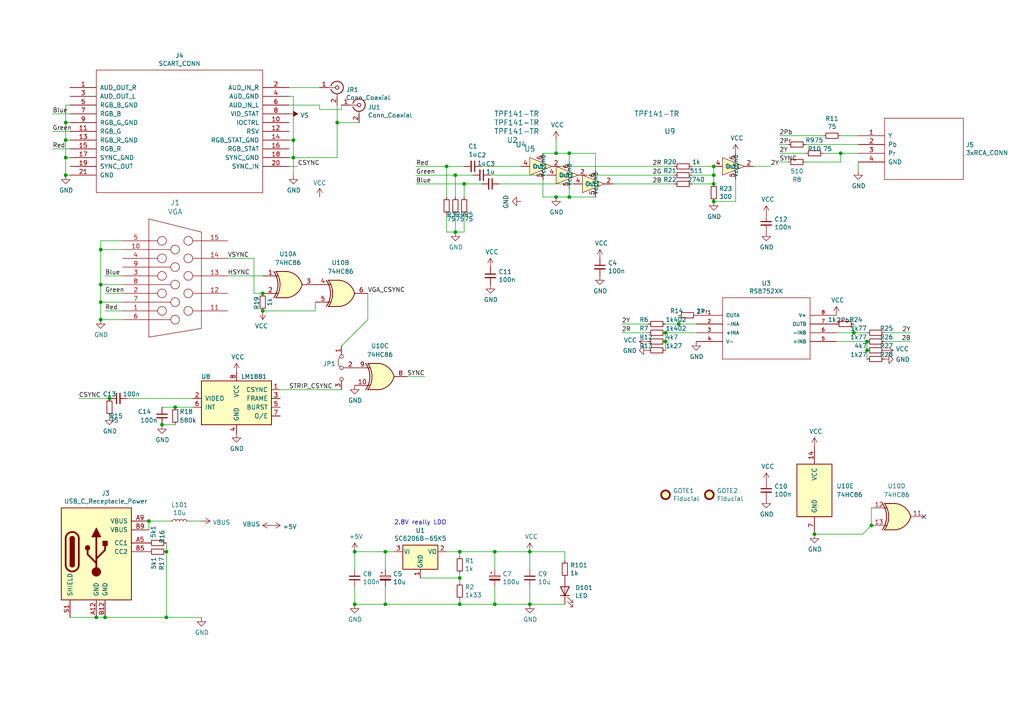
<source format=kicad_sch>
(kicad_sch (version 20231120) (generator "eeschema") (generator_version "8.0")
  (paper "A4")
  (title_block (title "VGA/SCART to YPbPr converter") (date "2023-07-29") (rev "1") (company "Wakaba video") (comment 1 "KiCad gaming"))
  (lib_symbols
    (symbol "74xx:74HC86" (pin_names (offset 1.016))
      (property "Reference" "U" (at 0 1.27 0))
      (property "Value" "74HC86" (at 0 -1.27 0))
      (symbol "74HC86_1_0"
        (pin input line (at -7.62 2.54 0) (length 4.445) (name "~") (number "1"))
        (pin input line (at -7.62 -2.54 0) (length 4.445) (name "~") (number "2"))
        (pin output line (at 7.62 0 180) (length 3.81) (name "~") (number "3"))
      )
      (symbol "74HC86_2_0"
        (pin input line (at -7.62 2.54 0) (length 4.445) (name "~") (number "4"))
        (pin input line (at -7.62 -2.54 0) (length 4.445) (name "~") (number "5"))
        (pin output line (at 7.62 0 180) (length 3.81) (name "~") (number "6"))
      )
      (symbol "74HC86_3_0"
        (pin input line (at -7.62 -2.54 0) (length 4.445) (name "~") (number "10"))
        (pin output line (at 7.62 0 180) (length 3.81) (name "~") (number "8"))
        (pin input line (at -7.62 2.54 0) (length 4.445) (name "~") (number "9"))
      )
      (symbol "74HC86_4_0"
        (pin output line (at 7.62 0 180) (length 3.81) (name "~") (number "11"))
        (pin input line (at -7.62 2.54 0) (length 4.445) (name "~") (number "12"))
        (pin input line (at -7.62 -2.54 0) (length 4.445) (name "~") (number "13"))
      )
      (symbol "74HC86_5_0"
        (pin power_in line (at 0 12.7 270) (length 5.08) (name "VCC") (number "14"))
        (pin power_in line (at 0 -12.7 90) (length 5.08) (name "GND") (number "7"))
      )
    )
    (symbol "Connector:Conn_Coaxial" (pin_names (offset 1.016) hide)
      (property "Reference" "J" (at 0.254 3.048 0))
      (property "Value" "Conn_Coaxial" (at 2.921 0 90))
      (symbol "Conn_Coaxial_1_1"
        (pin passive line (at -5.08 0 0) (length 2.54) (name "In") (number "1"))
        (pin passive line (at 0 -5.08 90) (length 2.54) (name "Ext") (number "2"))
      )
    )
    (symbol "Device:C_Small" (pin_numbers hide) (pin_names (offset 0.254) hide)
      (property "Reference" "C" (at 0.254 1.778 0))
      (property "Value" "C_Small" (at 0.254 -2.032 0))
      (symbol "C_Small_1_1"
        (pin passive line (at 0 2.54 270) (length 2.032) (name "~") (number "1"))
        (pin passive line (at 0 -2.54 90) (length 2.032) (name "~") (number "2"))
      )
    )
    (symbol "Device:LED" (pin_numbers hide) (pin_names (offset 1.016) hide)
      (property "Reference" "D" (at 0 2.54 0))
      (property "Value" "LED" (at 0 -2.54 0))
      (symbol "LED_1_1"
        (pin passive line (at -3.81 0 0) (length 2.54) (name "K") (number "1"))
        (pin passive line (at 3.81 0 180) (length 2.54) (name "A") (number "2"))
      )
    )
    (symbol "Device:L_Small" (pin_numbers hide) (pin_names (offset 0.254) hide)
      (property "Reference" "L" (at 0.762 1.016 0))
      (property "Value" "L_Small" (at 0.762 -1.016 0))
      (symbol "L_Small_1_1"
        (pin passive line (at 0 2.54 270) (length 0.508) (name "~") (number "1"))
        (pin passive line (at 0 -2.54 90) (length 0.508) (name "~") (number "2"))
      )
    )
    (symbol "Device:R_Small" (pin_numbers hide) (pin_names (offset 0.254) hide)
      (property "Reference" "R" (at 0.762 0.508 0))
      (property "Value" "R_Small" (at 0.762 -1.016 0))
      (symbol "R_Small_1_1"
        (pin passive line (at 0 2.54 270) (length 0.762) (name "~") (number "1"))
        (pin passive line (at 0 -2.54 90) (length 0.762) (name "~") (number "2"))
      )
    )
    (symbol "Mechanical:Fiducial"
      (property "Reference" "FID" (at 0 5.08 0))
      (property "Value" "Fiducial" (at 0 3.175 0))
    )
    (symbol "RGB-to-component-rescue:3xRCA_CONN-ossc" (pin_names (offset 1.016))
      (property "Reference" "U" (at 0 -2.54 0))
      (property "Value" "3xRCA_CONN-ossc" (at 0 2.54 0))
      (symbol "3xRCA_CONN-ossc_1_1"
        (pin output line (at -19.05 3.81 0) (length 7.62) (name "Y") (number "1"))
        (pin output line (at -19.05 1.27 0) (length 7.62) (name "Pb") (number "2"))
        (pin output line (at -19.05 -1.27 0) (length 7.62) (name "Pr") (number "3"))
        (pin power_in line (at -19.05 -3.81 0) (length 7.62) (name "GND") (number "4"))
      )
    )
    (symbol "RGB-to-component-rescue:CP_Small-Device" (pin_numbers hide) (pin_names (offset 0.254) hide)
      (property "Reference" "C" (at 0.254 1.778 0))
      (property "Value" "CP_Small-Device" (at 0.254 -2.032 0))
      (symbol "CP_Small-Device_1_1"
        (pin passive line (at 0 2.54 270) (length 1.8542) (name "~") (number "1"))
        (pin passive line (at 0 -2.54 90) (length 1.8542) (name "~") (number "2"))
      )
    )
    (symbol "RGB-to-component-rescue:Jumper_3_Bridged12-Jumper" (pin_names (offset 0) hide)
      (property "Reference" "JP" (at -2.54 -2.54 0))
      (property "Value" "Jumper_3_Bridged12-Jumper" (at 0 2.794 0))
      (symbol "Jumper_3_Bridged12-Jumper_1_1"
        (pin passive line (at -6.35 0 0) (length 2.54) (name "A") (number "1"))
        (pin input line (at 0 -3.81 90) (length 2.54) (name "C") (number "2"))
        (pin passive line (at 6.35 0 180) (length 2.54) (name "B") (number "3"))
      )
    )
    (symbol "RGB-to-component-rescue:LT6206CMS8PBF-Videobits" (pin_names (offset 1.016))
      (property "Reference" "U" (at 15.621 9.1186 0))
      (property "Value" "LT6206CMS8PBF-Videobits" (at 14.9606 6.5786 0))
      (symbol "LT6206CMS8PBF-Videobits_0_0"
        (pin output line (at 0 0 0) (length 7.62) (name "OUTA") (number "1"))
        (pin input line (at 0 -2.54 0) (length 7.62) (name "-INA") (number "2"))
        (pin input line (at 0 -5.08 0) (length 7.62) (name "+INA") (number "3"))
        (pin power_in line (at 0 -7.62 0) (length 7.62) (name "V-") (number "4"))
        (pin input line (at 40.64 -7.62 180) (length 7.62) (name "+INB") (number "5"))
        (pin input line (at 40.64 -5.08 180) (length 7.62) (name "-INB") (number "6"))
        (pin output line (at 40.64 -2.54 180) (length 7.62) (name "OUTB") (number "7"))
        (pin power_in line (at 40.64 0 180) (length 7.62) (name "V+") (number "8"))
      )
    )
    (symbol "RGB-to-component-rescue:SCART_CONN-ossc" (pin_names (offset 1.016))
      (property "Reference" "U" (at 0 -2.54 0))
      (property "Value" "SCART_CONN-ossc" (at 0 2.54 0))
      (symbol "SCART_CONN-ossc_1_1"
        (pin input line (at -31.75 12.7 0) (length 7.62) (name "AUD_OUT_R") (number "1"))
        (pin output line (at 31.75 2.54 180) (length 7.62) (name "IOCTRL") (number "10"))
        (pin output line (at -31.75 0 0) (length 7.62) (name "RGB_G") (number "11"))
        (pin output line (at 31.75 0 180) (length 7.62) (name "RSV") (number "12"))
        (pin power_in line (at -31.75 -2.54 0) (length 7.62) (name "RGB_R_GND") (number "13"))
        (pin power_in line (at 31.75 -2.54 180) (length 7.62) (name "RGB_STAT_GND") (number "14"))
        (pin output line (at -31.75 -5.08 0) (length 7.62) (name "RGB_R") (number "15"))
        (pin output line (at 31.75 -5.08 180) (length 7.62) (name "RGB_STAT") (number "16"))
        (pin output line (at -31.75 -7.62 0) (length 7.62) (name "SYNC_GND") (number "17"))
        (pin output line (at 31.75 -7.62 180) (length 7.62) (name "SYNC_GND") (number "18"))
        (pin input line (at -31.75 -10.16 0) (length 7.62) (name "SYNC_OUT") (number "19"))
        (pin output line (at 31.75 12.7 180) (length 7.62) (name "AUD_IN_R") (number "2"))
        (pin output line (at 31.75 -10.16 180) (length 7.62) (name "SYNC_IN") (number "20"))
        (pin power_in line (at -31.75 -12.7 0) (length 7.62) (name "GND") (number "21"))
        (pin input line (at -31.75 10.16 0) (length 7.62) (name "AUD_OUT_L") (number "3"))
        (pin power_in line (at 31.75 10.16 180) (length 7.62) (name "AUD_GND") (number "4"))
        (pin power_in line (at -31.75 7.62 0) (length 7.62) (name "RGB_B_GND") (number "5"))
        (pin output line (at 31.75 7.62 180) (length 7.62) (name "AUD_IN_L") (number "6"))
        (pin output line (at -31.75 5.08 0) (length 7.62) (name "RGB_B") (number "7"))
        (pin output line (at 31.75 5.08 180) (length 7.62) (name "VID_STAT") (number "8"))
        (pin power_in line (at -31.75 2.54 0) (length 7.62) (name "RGB_G_GND") (number "9"))
      )
    )
    (symbol "RGB-to-component-rescue:USB_C_Receptacle_Power-Videobits" (pin_names (offset 1.016))
      (property "Reference" "J" (at -10.16 10.16 0))
      (property "Value" "USB_C_Receptacle_Power-Videobits" (at 19.05 10.16 0))
      (symbol "USB_C_Receptacle_Power-Videobits_1_1"
        (pin power_out line (at 0 -22.86 90) (length 5.08) (name "GND") (number "A12"))
        (pin bidirectional line (at 15.24 -1.27 180) (length 5.08) (name "CC1") (number "A5"))
        (pin power_out line (at 15.24 5.08 180) (length 5.08) (name "VBUS") (number "A9"))
        (pin power_out line (at 2.54 -22.86 90) (length 5.08) (name "GND") (number "B12"))
        (pin bidirectional line (at 15.24 -3.81 180) (length 5.08) (name "CC2") (number "B5"))
        (pin power_out line (at 15.24 2.54 180) (length 5.08) (name "VBUS") (number "B9"))
        (pin passive line (at -7.62 -22.86 90) (length 5.08) (name "SHIELD") (number "S1"))
      )
    )
    (symbol "RGB-to-component-rescue:VCC-converted" (power) (pin_names (offset 0))
      (property "Value" "VCC-converted" (at 0 3.81 0))
      (symbol "VCC-converted_1_1"
        (pin power_in line (at 0 0 90) (length 0) hide (name "VCC") (number "1"))
      )
    )
    (symbol "RGB-to-component-rescue:VGA-ossc" (pin_names (offset 0) hide)
      (property "Reference" "J" (at -6.35 20.32 0))
      (property "Value" "VGA-ossc" (at 0 -19.05 0))
      (symbol "VGA-ossc_1_1"
        (pin output line (at -15.24 -8.89 0) (length 7.62) (name "RED") (number "1"))
        (pin input line (at -15.24 8.89 0) (length 7.62) (name "GND_VSYNC") (number "10"))
        (pin input line (at 15.24 -8.89 180) (length 7.62) (name "ID0/RES") (number "11"))
        (pin input line (at 15.24 -3.81 180) (length 7.62) (name "ID1/SDA") (number "12"))
        (pin output line (at 15.24 1.27 180) (length 7.62) (name "HSYNC") (number "13"))
        (pin output line (at 15.24 6.35 180) (length 7.62) (name "VSYNC") (number "14"))
        (pin input line (at 15.24 11.43 180) (length 7.62) (name "ID3/SCL") (number "15"))
        (pin output line (at -15.24 -3.81 0) (length 7.62) (name "GREEN") (number "2"))
        (pin output line (at -15.24 1.27 0) (length 7.62) (name "BLUE") (number "3"))
        (pin input line (at -15.24 6.35 0) (length 7.62) (name "ID2/RES") (number "4"))
        (pin input line (at -15.24 11.43 0) (length 7.62) (name "GND_HSYNC") (number "5"))
        (pin input line (at -15.24 -11.43 0) (length 7.62) (name "RED_RTN") (number "6"))
        (pin input line (at -15.24 -6.35 0) (length 7.62) (name "GREEN_RTN") (number "7"))
        (pin input line (at -15.24 -1.27 0) (length 7.62) (name "BLUE_RTN") (number "8"))
        (pin input line (at -15.24 3.81 0) (length 7.62) (name "KEY/PWR") (number "9"))
      )
    )
    (symbol "Regulator_Linear:MCP1700-2802E_SOT23" (pin_names (offset 0.254))
      (property "Reference" "U" (at -3.81 3.175 0))
      (property "Value" "MCP1700-2802E_SOT23" (at 0 3.175 0))
      (symbol "MCP1700-2802E_SOT23_1_1"
        (pin power_in line (at 0 -7.62 90) (length 2.54) (name "GND") (number "1"))
        (pin power_out line (at 7.62 0 180) (length 2.54) (name "VO") (number "2"))
        (pin power_in line (at -7.62 0 0) (length 2.54) (name "VI") (number "3"))
      )
    )
    (symbol "Video:LM1881" (pin_names (offset 1.016))
      (property "Reference" "U" (at -8.89 8.89 0))
      (property "Value" "LM1881" (at 6.35 8.89 0))
      (symbol "LM1881_1_1"
        (pin output line (at 12.7 5.08 180) (length 2.54) (name "CSYNC") (number "1"))
        (pin input line (at -12.7 2.54 0) (length 2.54) (name "VIDEO") (number "2"))
        (pin output line (at 12.7 2.54 180) (length 2.54) (name "FRAME") (number "3"))
        (pin power_in line (at 0 -7.62 90) (length 2.54) (name "GND") (number "4"))
        (pin output line (at 12.7 0 180) (length 2.54) (name "BURST") (number "5"))
        (pin input line (at -12.7 0 0) (length 2.54) (name "INT") (number "6"))
        (pin output line (at 12.7 -2.54 180) (length 2.54) (name "O/E") (number "7"))
        (pin power_in line (at 0 10.16 270) (length 2.54) (name "VCC") (number "8"))
      )
    )
    (symbol "power:+5V" (power) (pin_names (offset 0))
      (property "Value" "+5V" (at 0 3.556 0))
      (symbol "+5V_1_1"
        (pin power_in line (at 0 0 90) (length 0) hide (name "+5V") (number "1"))
      )
    )
    (symbol "power:GND" (power) (pin_names (offset 0))
      (property "Value" "GND" (at 0 -3.81 0))
      (symbol "GND_1_1"
        (pin power_in line (at 0 0 270) (length 0) hide (name "GND") (number "1"))
      )
    )
    (symbol "power:VBUS" (power) (pin_names (offset 0))
      (property "Value" "VBUS" (at 0 3.81 0))
      (symbol "VBUS_1_1"
        (pin power_in line (at 0 0 90) (length 0) hide (name "VBUS") (number "1"))
      )
    )
    (symbol "power:VCC" (power) (pin_names (offset 0))
      (property "Value" "VCC" (at 0 3.81 0))
      (symbol "VCC_1_1"
        (pin power_in line (at 0 0 90) (length 0) hide (name "VCC") (number "1"))
      )
    )
    (symbol "power:VS" (power) (pin_names (offset 0))
      (property "Value" "VS" (at 0 3.81 0))
      (symbol "VS_1_1"
        (pin power_in line (at 0 0 90) (length 0) hide (name "VS") (number "1"))
      )
    )
    (symbol "videobits:TPF141-TR" (pin_names (offset 1.016))
      (property "Reference" "U" (at -8.89 12.7 0))
      (property "Value" "TPF141-TR" (at 1.27 12.7 0))
      (property "Footprint" "Package_TO_SOT_SMD:SOT-23-6_Handsoldering" (at 0 24.13 0))
      (symbol "TPF141-TR_0_1"
        (pin output line (at 6.35 8.89 180) (length 2.54) (name "Out1") (number "2"))
        (pin input line (at -5.08 8.89 0) (length 2.54) (name "In1") (number "4"))
        (pin power_in line (at 1.27 5.08 90) (length 2.54) (name "Gnd") (number "5"))
        (pin power_in line (at 1.27 12.7 270) (length 2.54) (name "Vcc") (number "6"))
      )
    )
  )
  (junction (at 193.04 96.52))
  (junction (at 165.1 44.45))
  (junction (at 196.85 93.98))
  (junction (at 29.21 87.63))
  (junction (at 29.21 72.39))
  (junction (at 85.09 40.64))
  (junction (at 153.67 175.26))
  (junction (at 161.29 44.45))
  (junction (at 207.01 58.42))
  (junction (at 19.05 40.64))
  (junction (at 46.99 123.19))
  (junction (at 165.1 57.15))
  (junction (at 207.01 50.8))
  (junction (at 143.51 160.02))
  (junction (at 48.26 160.02))
  (junction (at 133.35 167.64))
  (junction (at 19.05 35.56))
  (junction (at 111.76 160.02))
  (junction (at 30.48 179.07))
  (junction (at 133.35 175.26))
  (junction (at 29.21 92.71))
  (junction (at 207.01 53.34))
  (junction (at 48.26 179.07))
  (junction (at 50.8 118.11))
  (junction (at 102.87 175.26))
  (junction (at 29.21 82.55))
  (junction (at 236.22 154.94))
  (junction (at 102.87 160.02))
  (junction (at 97.79 35.56))
  (junction (at 252.73 152.4))
  (junction (at 193.04 99.06))
  (junction (at 251.46 99.06))
  (junction (at 19.05 50.8))
  (junction (at 153.67 160.02))
  (junction (at 247.65 96.52))
  (junction (at 31.75 115.57))
  (junction (at 129.54 48.26))
  (junction (at 85.09 45.72))
  (junction (at 133.35 160.02))
  (junction (at 76.2 90.17))
  (junction (at 161.29 57.15))
  (junction (at 134.62 53.34))
  (junction (at 132.08 50.8))
  (junction (at 207.01 48.26))
  (junction (at 251.46 101.6))
  (junction (at 111.76 175.26))
  (junction (at 243.84 44.45))
  (junction (at 143.51 175.26))
  (junction (at 132.08 67.31))
  (junction (at 19.05 45.72))
  (junction (at 43.18 151.13))
  (junction (at 27.94 179.07))
  (junction (at 76.2 85.09))
  (no_connect (at 267.97 149.86))
  (wire (pts (xy 99.06 31.75) (xy 92.71 31.75)))
  (wire (pts (xy 165.1 46.99) (xy 165.1 44.45)))
  (wire (pts (xy 228.6 46.99) (xy 226.06 46.99)))
  (wire (pts (xy 129.54 57.15) (xy 129.54 48.26)))
  (wire (pts (xy 102.87 175.26) (xy 111.76 175.26)))
  (wire (pts (xy 19.05 40.64) (xy 19.05 45.72)))
  (wire (pts (xy 19.05 40.64) (xy 20.32 40.64)))
  (wire (pts (xy 193.04 93.98) (xy 196.85 93.98)))
  (wire (pts (xy 50.8 118.11) (xy 55.88 118.11)))
  (wire (pts (xy 29.21 87.63) (xy 35.56 87.63)))
  (wire (pts (xy 236.22 154.94) (xy 250.19 154.94)))
  (wire (pts (xy 19.05 35.56) (xy 19.05 40.64)))
  (wire (pts (xy 207.01 53.34) (xy 200.66 53.34)))
  (wire (pts (xy 35.56 90.17) (xy 30.48 90.17)))
  (wire (pts (xy 143.51 160.02) (xy 153.67 160.02)))
  (wire (pts (xy 213.36 58.42) (xy 207.01 58.42)))
  (wire (pts (xy 83.82 25.4) (xy 92.71 25.4)))
  (wire (pts (xy 104.14 35.56) (xy 97.79 35.56)))
  (wire (pts (xy 129.54 62.23) (xy 129.54 67.31)))
  (wire (pts (xy 163.83 175.26) (xy 153.67 175.26)))
  (wire (pts (xy 99.06 30.48) (xy 99.06 31.75)))
  (wire (pts (xy 19.05 50.8) (xy 20.32 50.8)))
  (wire (pts (xy 129.54 67.31) (xy 132.08 67.31)))
  (wire (pts (xy 243.84 46.99) (xy 243.84 44.45)))
  (wire (pts (xy 111.76 175.26) (xy 133.35 175.26)))
  (wire (pts (xy 76.2 90.17) (xy 91.44 90.17)))
  (wire (pts (xy 85.09 40.64) (xy 85.09 27.94)))
  (wire (pts (xy 111.76 170.18) (xy 111.76 175.26)))
  (wire (pts (xy 133.35 160.02) (xy 143.51 160.02)))
  (wire (pts (xy 196.85 93.98) (xy 201.93 93.98)))
  (wire (pts (xy 180.34 96.52) (xy 187.96 96.52)))
  (wire (pts (xy 157.48 57.15) (xy 157.48 52.07)))
  (wire (pts (xy 161.29 44.45) (xy 161.29 40.64)))
  (wire (pts (xy 134.62 53.34) (xy 134.62 57.15)))
  (wire (pts (xy 153.67 160.02) (xy 163.83 160.02)))
  (wire (pts (xy 133.35 175.26) (xy 143.51 175.26)))
  (wire (pts (xy 233.68 46.99) (xy 243.84 46.99)))
  (wire (pts (xy 120.65 48.26) (xy 129.54 48.26)))
  (wire (pts (xy 226.06 44.45) (xy 233.68 44.45)))
  (wire (pts (xy 120.65 53.34) (xy 134.62 53.34)))
  (wire (pts (xy 153.67 170.18) (xy 153.67 175.26)))
  (wire (pts (xy 180.34 93.98) (xy 187.96 93.98)))
  (wire (pts (xy 201.93 96.52) (xy 193.04 96.52)))
  (wire (pts (xy 29.21 82.55) (xy 35.56 82.55)))
  (wire (pts (xy 132.08 50.8) (xy 120.65 50.8)))
  (wire (pts (xy 15.24 33.02) (xy 20.32 33.02)))
  (wire (pts (xy 200.66 50.8) (xy 207.01 50.8)))
  (wire (pts (xy 134.62 67.31) (xy 134.62 62.23)))
  (wire (pts (xy 251.46 101.6) (xy 251.46 99.06)))
  (wire (pts (xy 27.94 179.07) (xy 30.48 179.07)))
  (wire (pts (xy 19.05 45.72) (xy 20.32 45.72)))
  (wire (pts (xy 73.66 85.09) (xy 76.2 85.09)))
  (wire (pts (xy 242.57 99.06) (xy 251.46 99.06)))
  (wire (pts (xy 163.83 160.02) (xy 163.83 162.56)))
  (wire (pts (xy 139.7 48.26) (xy 151.13 48.26)))
  (wire (pts (xy 207.01 50.8) (xy 207.01 53.34)))
  (wire (pts (xy 133.35 160.02) (xy 133.35 161.29)))
  (wire (pts (xy 86.36 48.26) (xy 83.82 48.26)))
  (wire (pts (xy 264.16 96.52) (xy 256.54 96.52)))
  (wire (pts (xy 238.76 44.45) (xy 243.84 44.45)))
  (wire (pts (xy 129.54 48.26) (xy 134.62 48.26)))
  (wire (pts (xy 161.29 57.15) (xy 157.48 57.15)))
  (wire (pts (xy 92.71 30.48) (xy 83.82 30.48)))
  (wire (pts (xy 48.26 160.02) (xy 48.26 179.07)))
  (wire (pts (xy 172.72 44.45) (xy 165.1 44.45)))
  (wire (pts (xy 132.08 57.15) (xy 132.08 50.8)))
  (wire (pts (xy 92.71 31.75) (xy 92.71 30.48)))
  (wire (pts (xy 29.21 72.39) (xy 29.21 82.55)))
  (wire (pts (xy 132.08 50.8) (xy 137.16 50.8)))
  (wire (pts (xy 97.79 30.48) (xy 97.79 35.56)))
  (wire (pts (xy 248.92 49.53) (xy 248.92 46.99)))
  (wire (pts (xy 35.56 69.85) (xy 29.21 69.85)))
  (wire (pts (xy 162.56 48.26) (xy 195.58 48.26)))
  (wire (pts (xy 48.26 179.07) (xy 58.42 179.07)))
  (wire (pts (xy 118.11 109.22) (xy 123.19 109.22)))
  (wire (pts (xy 85.09 45.72) (xy 83.82 45.72)))
  (wire (pts (xy 142.24 50.8) (xy 158.75 50.8)))
  (wire (pts (xy 19.05 35.56) (xy 19.05 30.48)))
  (wire (pts (xy 20.32 43.18) (xy 15.24 43.18)))
  (wire (pts (xy 143.51 175.26) (xy 153.67 175.26)))
  (wire (pts (xy 85.09 40.64) (xy 83.82 40.64)))
  (wire (pts (xy 97.79 45.72) (xy 85.09 45.72)))
  (wire (pts (xy 36.83 115.57) (xy 55.88 115.57)))
  (wire (pts (xy 200.66 48.26) (xy 207.01 48.26)))
  (wire (pts (xy 172.72 57.15) (xy 165.1 57.15)))
  (wire (pts (xy 243.84 44.45) (xy 248.92 44.45)))
  (wire (pts (xy 133.35 167.64) (xy 133.35 168.91)))
  (wire (pts (xy 233.68 41.91) (xy 248.92 41.91)))
  (wire (pts (xy 133.35 166.37) (xy 133.35 167.64)))
  (wire (pts (xy 196.85 91.44) (xy 196.85 93.98)))
  (wire (pts (xy 29.21 69.85) (xy 29.21 72.39)))
  (wire (pts (xy 144.78 53.34) (xy 166.37 53.34)))
  (wire (pts (xy 22.86 115.57) (xy 31.75 115.57)))
  (wire (pts (xy 251.46 96.52) (xy 247.65 96.52)))
  (wire (pts (xy 170.18 50.8) (xy 195.58 50.8)))
  (wire (pts (xy 29.21 92.71) (xy 35.56 92.71)))
  (wire (pts (xy 247.65 93.98) (xy 247.65 96.52)))
  (wire (pts (xy 19.05 45.72) (xy 19.05 50.8)))
  (wire (pts (xy 15.24 38.1) (xy 20.32 38.1)))
  (wire (pts (xy 29.21 87.63) (xy 29.21 92.71)))
  (wire (pts (xy 54.61 151.13) (xy 58.42 151.13)))
  (wire (pts (xy 177.8 53.34) (xy 195.58 53.34)))
  (wire (pts (xy 132.08 67.31) (xy 134.62 67.31)))
  (wire (pts (xy 133.35 173.99) (xy 133.35 175.26)))
  (wire (pts (xy 29.21 72.39) (xy 35.56 72.39)))
  (wire (pts (xy 102.87 160.02) (xy 111.76 160.02)))
  (wire (pts (xy 97.79 35.56) (xy 97.79 45.72)))
  (wire (pts (xy 29.21 82.55) (xy 29.21 87.63)))
  (wire (pts (xy 165.1 57.15) (xy 161.29 57.15)))
  (wire (pts (xy 30.48 179.07) (xy 48.26 179.07)))
  (wire (pts (xy 102.87 170.18) (xy 102.87 175.26)))
  (wire (pts (xy 46.99 123.19) (xy 50.8 123.19)))
  (wire (pts (xy 218.44 48.26) (xy 223.52 48.26)))
  (wire (pts (xy 30.48 85.09) (xy 35.56 85.09)))
  (wire (pts (xy 48.26 157.48) (xy 48.26 160.02)))
  (wire (pts (xy 248.92 39.37) (xy 243.84 39.37)))
  (wire (pts (xy 85.09 45.72) (xy 85.09 40.64)))
  (wire (pts (xy 66.04 74.93) (xy 73.66 74.93)))
  (wire (pts (xy 134.62 53.34) (xy 139.7 53.34)))
  (wire (pts (xy 213.36 52.07) (xy 213.36 58.42)))
  (wire (pts (xy 91.44 87.63) (xy 91.44 90.17)))
  (wire (pts (xy 247.65 96.52) (xy 242.57 96.52)))
  (wire (pts (xy 165.1 54.61) (xy 165.1 57.15)))
  (wire (pts (xy 43.18 151.13) (xy 49.53 151.13)))
  (wire (pts (xy 165.1 44.45) (xy 161.29 44.45)))
  (wire (pts (xy 143.51 170.18) (xy 143.51 175.26)))
  (wire (pts (xy 172.72 49.53) (xy 172.72 44.45)))
  (wire (pts (xy 102.87 160.02) (xy 102.87 165.1)))
  (wire (pts (xy 111.76 165.1) (xy 111.76 160.02)))
  (wire (pts (xy 153.67 160.02) (xy 153.67 165.1)))
  (wire (pts (xy 46.99 118.11) (xy 50.8 118.11)))
  (wire (pts (xy 20.32 35.56) (xy 19.05 35.56)))
  (wire (pts (xy 111.76 160.02) (xy 114.3 160.02)))
  (wire (pts (xy 121.92 167.64) (xy 133.35 167.64)))
  (wire (pts (xy 85.09 50.8) (xy 85.09 45.72)))
  (wire (pts (xy 19.05 30.48) (xy 20.32 30.48)))
  (wire (pts (xy 251.46 104.14) (xy 251.46 101.6)))
  (wire (pts (xy 143.51 165.1) (xy 143.51 160.02)))
  (wire (pts (xy 132.08 62.23) (xy 132.08 67.31)))
  (wire (pts (xy 129.54 160.02) (xy 133.35 160.02)))
  (wire (pts (xy 20.32 179.07) (xy 27.94 179.07)))
  (wire (pts (xy 238.76 39.37) (xy 226.06 39.37)))
  (wire (pts (xy 252.73 147.32) (xy 252.73 152.4)))
  (wire (pts (xy 30.48 80.01) (xy 35.56 80.01)))
  (wire (pts (xy 250.19 154.94) (xy 252.73 152.4)))
  (wire (pts (xy 207.01 48.26) (xy 207.01 50.8)))
  (wire (pts (xy 157.48 44.45) (xy 161.29 44.45)))
  (wire (pts (xy 81.28 113.03) (xy 99.06 113.03)))
  (wire (pts (xy 43.18 153.67) (xy 43.18 151.13)))
  (wire (pts (xy 66.04 80.01) (xy 76.2 80.01)))
  (wire (pts (xy 85.09 27.94) (xy 83.82 27.94)))
  (wire (pts (xy 106.68 85.09) (xy 106.68 92.71)))
  (wire (pts (xy 264.16 99.06) (xy 256.54 99.06)))
  (wire (pts (xy 193.04 99.06) (xy 193.04 96.52)))
  (wire (pts (xy 73.66 74.93) (xy 73.66 85.09)))
  (wire (pts (xy 99.06 100.33) (xy 106.68 92.71)))
  (wire (pts (xy 228.6 41.91) (xy 226.06 41.91)))
  (wire (pts (xy 193.04 101.6) (xy 193.04 99.06)))
  (text "2.8V really LDO" (at 114.3 152.4 0) (effects (font (size 1.27 1.27)) (justify left bottom)))
  (label "VGA_CSYNC" (at 106.68 85.09 0))
  (label "2B" (at 264.16 99.06 180))
  (label "Green" (at 30.48 85.09 0))
  (label "Blue" (at 120.65 53.34 0))
  (label "2Pb" (at 242.57 93.98 0))
  (label "2Y" (at 180.34 93.98 0))
  (label "Blue" (at 15.24 33.02 0))
  (label "Green" (at 120.65 50.8 0))
  (label "2G" (at 189.23 50.8 0))
  (label "VSYNC" (at 66.04 74.93 0))
  (label "2B" (at 189.23 53.34 0))
  (label "CSYNC" (at 86.36 48.26 0))
  (label "Red" (at 30.48 90.17 0))
  (label "STRIP_CSYNC" (at 83.82 113.03 0))
  (label "2Y" (at 226.06 44.45 0))
  (label "2R" (at 189.23 48.26 0))
  (label "2R" (at 180.34 96.52 0))
  (label "Red" (at 120.65 48.26 0))
  (label "2Y" (at 264.16 96.52 180))
  (label "SYNC" (at 226.06 46.99 0))
  (label "2Pr" (at 201.93 91.44 0))
  (label "CSYNC" (at 22.86 115.57 0))
  (label "2Y" (at 223.52 48.26 0))
  (label "2Pb" (at 226.06 39.37 0))
  (label "HSYNC" (at 66.04 80.01 0))
  (label "2Pr" (at 226.06 41.91 0))
  (label "Red" (at 15.24 43.18 0))
  (label "Blue" (at 30.48 80.01 0))
  (label "Green" (at 15.24 38.1 0))
  (label "SYNC" (at 123.19 109.22 180))
  (symbol (lib_id "power:GND") (at 132.08 67.31 0) (unit 1)
    (property "Reference" "#PWR02" (effects (hide yes)))
    (property "Value" "GND" (at 132.207 71.7042 0))
  )
  (symbol (lib_id "Regulator_Linear:MCP1700-2802E_SOT23") (at 121.92 160.02 0) (unit 1)
    (property "Reference" "U1" (at 121.92 153.8732 0))
    (property "Value" "SC6206B-65K5" (at 121.92 156.1846 0))
    (property "Footprint" "Package_TO_SOT_SMD:SOT-23" (effects (hide yes)))
    (property "Datasheet" "http://ww1.microchip.com/downloads/en/DeviceDoc/20001826D.pdf" (effects (hide yes)))
    (property "LCSC" "C130827" (effects (hide yes)))
  )
  (symbol (lib_id "Device:R_Small") (at 133.35 163.83 0) (unit 1)
    (property "Reference" "R1" (at 134.8486 162.6616 0) (effects (justify left)))
    (property "Value" "1k" (at 134.8486 164.973 0) (effects (justify left)))
    (property "Footprint" "Resistor_SMD:R_0805_2012Metric_Pad1.15x1.40mm_HandSolder" (effects (hide yes)))
    (property "LCSC" "C17513" (effects (hide yes)))
  )
  (symbol (lib_id "Device:R_Small") (at 133.35 171.45 0) (unit 1)
    (property "Reference" "R2" (at 134.8486 170.2816 0) (effects (justify left)))
    (property "Value" "1k33" (at 134.8486 172.593 0) (effects (justify left)))
    (property "Footprint" "Resistor_SMD:R_0805_2012Metric_Pad1.15x1.40mm_HandSolder" (effects (hide yes)))
    (property "LCSC" "C17382" (effects (hide yes)))
  )
  (symbol (lib_id "Device:C_Small") (at 137.16 48.26 270) (unit 1)
    (property "Reference" "C1" (at 137.16 42.4434 90))
    (property "Value" "1u" (at 137.16 44.7548 90))
    (property "Footprint" "Capacitor_SMD:C_0805_2012Metric_Pad1.15x1.40mm_HandSolder" (effects (hide yes)))
    (property "LCSC" "C28323" (effects (hide yes)))
  )
  (symbol (lib_id "Device:C_Small") (at 139.7 50.8 270) (unit 1)
    (property "Reference" "C2" (at 139.7 44.9834 90))
    (property "Value" "1u" (at 139.7 47.2948 90))
    (property "Footprint" "Capacitor_SMD:C_0805_2012Metric_Pad1.15x1.40mm_HandSolder" (effects (hide yes)))
    (property "LCSC" "C28323" (effects (hide yes)))
  )
  (symbol (lib_id "Device:C_Small") (at 142.24 53.34 270) (unit 1)
    (property "Reference" "C3" (at 142.24 47.5234 90))
    (property "Value" "1u" (at 142.24 49.8348 90))
    (property "Footprint" "Capacitor_SMD:C_0805_2012Metric_Pad1.15x1.40mm_HandSolder" (effects (hide yes)))
    (property "LCSC" "C28323" (effects (hide yes)))
  )
  (symbol (lib_id "power:VCC") (at 153.67 160.02 0) (unit 1)
    (property "Reference" "#PWR0103" (effects (hide yes)))
    (property "Value" "VCC" (at 154.1018 155.6258 0))
  )
  (symbol (lib_id "power:+5V") (at 102.87 160.02 0) (unit 1)
    (property "Reference" "#PWR0104" (effects (hide yes)))
    (property "Value" "+5V" (at 103.251 155.6258 0))
  )
  (symbol (lib_id "power:GND") (at 102.87 175.26 0) (unit 1)
    (property "Reference" "#PWR0105" (effects (hide yes)))
    (property "Value" "GND" (at 102.997 179.6542 0))
  )
  (symbol (lib_id "power:GND") (at 153.67 175.26 0) (unit 1)
    (property "Reference" "#PWR0106" (effects (hide yes)))
    (property "Value" "GND" (at 153.797 179.6542 0))
  )
  (symbol (lib_id "Device:R_Small") (at 241.3 39.37 270) (unit 1)
    (property "Reference" "R11" (at 241.3 34.3916 90))
    (property "Value" "75" (at 241.3 36.703 90))
    (property "Footprint" "Resistor_SMD:R_0805_2012Metric_Pad1.15x1.40mm_HandSolder" (effects (hide yes)))
    (property "LCSC" "C20638" (effects (hide yes)))
  )
  (symbol (lib_id "Device:R_Small") (at 236.22 44.45 270) (mirror x) (unit 1)
    (property "Reference" "R10" (at 236.22 43.18 90))
    (property "Value" "75" (at 240.03 43.18 90))
    (property "Footprint" "Resistor_SMD:R_0805_2012Metric_Pad1.15x1.40mm_HandSolder" (effects (hide yes)))
    (property "LCSC" "C20638" (effects (hide yes)))
  )
  (symbol (lib_id "Device:R_Small") (at 231.14 46.99 270) (mirror x) (unit 1)
    (property "Reference" "R8" (at 231.14 52.07 90))
    (property "Value" "510" (at 231.14 49.657 90))
    (property "Footprint" "Resistor_SMD:R_0805_2012Metric_Pad1.15x1.40mm_HandSolder" (effects (hide yes)))
    (property "LCSC" "C17734" (effects (hide yes)))
  )
  (symbol (lib_id "Device:R_Small") (at 231.14 41.91 270) (unit 1)
    (property "Reference" "R9" (at 234.95 40.64 90))
    (property "Value" "75" (at 237.49 40.64 90))
    (property "Footprint" "Resistor_SMD:R_0805_2012Metric_Pad1.15x1.40mm_HandSolder" (effects (hide yes)))
    (property "LCSC" "C20638" (effects (hide yes)))
  )
  (symbol (lib_id "Device:R_Small") (at 129.54 59.69 0) (unit 1)
    (property "Reference" "R3" (at 129.54 62.23 0) (effects (justify left)))
    (property "Value" "75" (at 129.54 63.5 0) (effects (justify left)))
    (property "Footprint" "Resistor_SMD:R_0805_2012Metric_Pad1.15x1.40mm_HandSolder" (effects (hide yes)))
    (property "LCSC" "C20638" (effects (hide yes)))
  )
  (symbol (lib_id "Device:R_Small") (at 132.08 59.69 0) (unit 1)
    (property "Reference" "R4" (at 132.08 62.23 0) (effects (justify left)))
    (property "Value" "75" (at 132.08 63.5 0) (effects (justify left)))
    (property "Footprint" "Resistor_SMD:R_0805_2012Metric_Pad1.15x1.40mm_HandSolder" (effects (hide yes)))
    (property "LCSC" "C20638" (effects (hide yes)))
  )
  (symbol (lib_id "Device:R_Small") (at 134.62 59.69 0) (unit 1)
    (property "Reference" "R5" (at 134.62 62.23 0) (effects (justify left)))
    (property "Value" "75" (at 134.62 63.5 0) (effects (justify left)))
    (property "Footprint" "Resistor_SMD:R_0805_2012Metric_Pad1.15x1.40mm_HandSolder" (effects (hide yes)))
    (property "LCSC" "C20638" (effects (hide yes)))
  )
  (symbol (lib_id "power:GND") (at 161.29 57.15 0) (unit 1)
    (property "Reference" "#PWR06" (effects (hide yes)))
    (property "Value" "GND" (at 161.417 61.5442 0))
  )
  (symbol (lib_id "RGB-to-component-rescue:VCC-converted") (at 161.29 40.64 0) (unit 1)
    (property "Reference" "#PWR05" (effects (hide yes)))
    (property "Value" "VCC" (at 161.671 36.2458 0))
  )
  (symbol (lib_id "RGB-to-component-rescue:CP_Small-Device") (at 143.51 167.64 0) (unit 1)
    (property "Reference" "C7" (at 145.7452 166.4716 0) (effects (justify left)))
    (property "Value" "100u" (at 145.7452 168.783 0) (effects (justify left)))
    (property "Footprint" "Capacitor_Tantalum_SMD:CP_EIA-3528-21_Kemet-B_Pad1.50x2.35mm_HandSolder" (effects (hide yes)))
    (property "LCSC" " C16133" (effects (hide yes)))
  )
  (symbol (lib_id "RGB-to-component-rescue:SCART_CONN-ossc") (at 52.07 38.1 0) (unit 1)
    (property "Reference" "J4" (at 52.07 16.129 0))
    (property "Value" "SCART_CONN" (at 52.07 18.4404 0))
    (property "Footprint" "custom_components:SCART_CONN" (effects (hide yes)))
    (property "LCSC" "NOT FITTED" (effects (hide yes)))
  )
  (symbol (lib_id "power:GND") (at 19.05 50.8 0) (unit 1)
    (property "Reference" "#PWR01" (effects (hide yes)))
    (property "Value" "GND" (at 19.177 55.1942 0))
  )
  (symbol (lib_id "power:GND") (at 85.09 50.8 0) (unit 1)
    (property "Reference" "#PWR07" (effects (hide yes)))
    (property "Value" "GND" (at 85.217 55.1942 0))
  )
  (symbol (lib_id "RGB-to-component-rescue:USB_C_Receptacle_Power-Videobits") (at 27.94 156.21 0) (unit 1)
    (property "Reference" "J3" (at 30.6578 143.0782 0))
    (property "Value" "USB_C_Receptacle_Power" (at 30.6578 145.3896 0))
    (property "Footprint" "videobits:USB_C_Receptacle_Generic_Power_Only" (effects (hide yes)))
    (property "Datasheet" "https://www.usb.org/sites/default/files/documents/usb_type-c.zip" (effects (hide yes)))
    (property "LCSC" "C283540" (effects (hide yes)))
  )
  (symbol (lib_id "RGB-to-component-rescue:3xRCA_CONN-ossc") (at 267.97 43.18 0) (unit 1)
    (property "Reference" "J5" (at 280.1112 42.0116 0) (effects (justify left)))
    (property "Value" "3xRCA_CONN" (at 280.1112 44.323 0) (effects (justify left)))
    (property "Footprint" "videobits:3xRCA_CONN_SINGLE" (effects (hide yes)))
    (property "LCSC" "NOT FITTED" (effects (hide yes)))
  )
  (symbol (lib_id "RGB-to-component-rescue:VCC-converted") (at 92.71 57.15 0) (unit 1)
    (property "Reference" "#PWR04" (effects (hide yes)))
    (property "Value" "VCC" (at 92.71 53.086 0))
  )
  (symbol (lib_id "power:GND") (at 248.92 49.53 0) (unit 1)
    (property "Reference" "#PWR0109" (effects (hide yes)))
    (property "Value" "GND" (at 249.047 53.9242 0))
  )
  (symbol (lib_id "Device:R_Small") (at 45.72 160.02 270) (unit 1)
    (property "Reference" "R17" (at 46.8884 161.5186 0) (effects (justify left)))
    (property "Value" "5k1" (at 44.577 161.5186 0) (effects (justify left)))
    (property "Footprint" "Resistor_SMD:R_0805_2012Metric_Pad1.15x1.40mm_HandSolder" (effects (hide yes)))
    (property "LCSC" "C27834" (effects (hide yes)))
  )
  (symbol (lib_id "Device:R_Small") (at 45.72 157.48 270) (unit 1)
    (property "Reference" "R16" (at 46.99 153.67 0) (effects (justify left)))
    (property "Value" "5k1" (at 44.45 152.4 0) (effects (justify left)))
    (property "Footprint" "Resistor_SMD:R_0805_2012Metric_Pad1.15x1.40mm_HandSolder" (effects (hide yes)))
    (property "LCSC" "C27834" (effects (hide yes)))
  )
  (symbol (lib_id "power:VBUS") (at 58.42 151.13 270) (unit 1)
    (property "Reference" "#PWR020" (effects (hide yes)))
    (property "Value" "VBUS" (at 61.6712 151.511 90) (effects (justify left)))
  )
  (symbol (lib_id "power:GND") (at 58.42 179.07 0) (unit 1)
    (property "Reference" "#PWR021" (effects (hide yes)))
    (property "Value" "GND" (at 58.547 183.4642 0))
  )
  (symbol (lib_id "power:VS") (at 83.82 33.02 270) (unit 1)
    (property "Reference" "#PWR0110" (effects (hide yes)))
    (property "Value" "VS" (at 87.0712 33.4518 90) (effects (justify left)))
  )
  (symbol (lib_id "Device:C_Small") (at 102.87 167.64 0) (unit 1)
    (property "Reference" "C8" (at 105.2068 166.4716 0) (effects (justify left)))
    (property "Value" "100n" (at 105.2068 168.783 0) (effects (justify left)))
    (property "Footprint" "Capacitor_SMD:C_0805_2012Metric_Pad1.15x1.40mm_HandSolder" (effects (hide yes)))
    (property "LCSC" "C14663" (effects (hide yes)))
  )
  (symbol (lib_id "Device:C_Small") (at 153.67 167.64 0) (unit 1)
    (property "Reference" "C9" (at 156.0068 166.4716 0) (effects (justify left)))
    (property "Value" "10u" (at 156.0068 168.783 0) (effects (justify left)))
    (property "Footprint" "Capacitor_SMD:C_0805_2012Metric_Pad1.15x1.40mm_HandSolder" (effects (hide yes)))
    (property "LCSC" "C15850" (effects (hide yes)))
  )
  (symbol (lib_id "RGB-to-component-rescue:VGA-ossc") (at 50.8 81.28 0) (unit 1)
    (property "Reference" "J1" (at 50.8 58.7502 0) (effects (font (size 1.524 1.524))))
    (property "Value" "VGA" (at 50.8 61.4426 0) (effects (font (size 1.524 1.524))))
    (property "Footprint" "custom_components:VGA_CONN" (effects (hide yes)))
    (property "LCSC" "NOT FITTED" (effects (hide yes)))
  )
  (symbol (lib_id "power:VCC") (at 222.25 139.7 0) (unit 1)
    (property "Reference" "#PWR09" (effects (hide yes)))
    (property "Value" "VCC" (at 222.6818 135.3058 0))
  )
  (symbol (lib_id "power:GND") (at 222.25 144.78 0) (unit 1)
    (property "Reference" "#PWR010" (effects (hide yes)))
    (property "Value" "GND" (at 222.377 149.1742 0))
  )
  (symbol (lib_id "Device:C_Small") (at 222.25 142.24 0) (unit 1)
    (property "Reference" "C10" (at 224.5868 141.0716 0) (effects (justify left)))
    (property "Value" "100n" (at 224.5868 143.383 0) (effects (justify left)))
    (property "Footprint" "Capacitor_SMD:C_0805_2012Metric_Pad1.15x1.40mm_HandSolder" (effects (hide yes)))
    (property "LCSC" "C14663" (effects (hide yes)))
  )
  (symbol (lib_id "power:VCC") (at 142.24 77.47 0) (unit 1)
    (property "Reference" "#PWR014" (effects (hide yes)))
    (property "Value" "VCC" (at 142.6718 73.0758 0))
  )
  (symbol (lib_id "power:GND") (at 142.24 82.55 0) (unit 1)
    (property "Reference" "#PWR015" (effects (hide yes)))
    (property "Value" "GND" (at 142.367 86.9442 0))
  )
  (symbol (lib_id "Device:C_Small") (at 142.24 80.01 0) (unit 1)
    (property "Reference" "C11" (at 144.5768 78.8416 0) (effects (justify left)))
    (property "Value" "100n" (at 144.5768 81.153 0) (effects (justify left)))
    (property "Footprint" "Capacitor_SMD:C_0805_2012Metric_Pad1.15x1.40mm_HandSolder" (effects (hide yes)))
    (property "LCSC" "C14663" (effects (hide yes)))
  )
  (symbol (lib_id "power:VCC") (at 222.25 62.23 0) (unit 1)
    (property "Reference" "#PWR016" (effects (hide yes)))
    (property "Value" "VCC" (at 222.6818 57.8358 0))
  )
  (symbol (lib_id "power:GND") (at 222.25 67.31 0) (unit 1)
    (property "Reference" "#PWR017" (effects (hide yes)))
    (property "Value" "GND" (at 222.377 71.7042 0))
  )
  (symbol (lib_id "Device:C_Small") (at 222.25 64.77 0) (unit 1)
    (property "Reference" "C12" (at 224.5868 63.6016 0) (effects (justify left)))
    (property "Value" "100n" (at 224.5868 65.913 0) (effects (justify left)))
    (property "Footprint" "Capacitor_SMD:C_0805_2012Metric_Pad1.15x1.40mm_HandSolder" (effects (hide yes)))
    (property "LCSC" "C14663" (effects (hide yes)))
  )
  (symbol (lib_id "power:+5V") (at 78.74 152.4 270) (unit 1)
    (property "Reference" "#PWR012" (effects (hide yes)))
    (property "Value" "+5V" (at 81.9912 152.781 90) (effects (justify left)))
  )
  (symbol (lib_id "power:VBUS") (at 78.74 152.4 90) (unit 1)
    (property "Reference" "#PWR011" (effects (hide yes)))
    (property "Value" "VBUS" (at 75.4888 152.019 90) (effects (justify left)))
  )
  (symbol (lib_id "power:GND") (at 29.21 92.71 0) (unit 1)
    (property "Reference" "#PWR023" (effects (hide yes)))
    (property "Value" "GND" (at 29.337 97.1042 0))
  )
  (symbol (lib_id "Video:LM1881") (at 68.58 118.11 0) (unit 1)
    (property "Reference" "U8" (at 59.69 109.22 0))
    (property "Value" "LM1881" (at 73.66 109.22 0))
    (property "Footprint" "Package_SO:SOIC-8_3.9x4.9mm_P1.27mm" (effects (hide yes)))
    (property "LCSC" "C518922" (effects (hide yes)))
  )
  (symbol (lib_id "RGB-to-component-rescue:VCC-converted") (at 68.58 107.95 0) (unit 1)
    (property "Reference" "#PWR018" (effects (hide yes)))
    (property "Value" "VCC" (at 68.961 103.5558 0))
  )
  (symbol (lib_id "Device:C_Small") (at 34.29 115.57 90) (unit 1)
    (property "Reference" "C13" (at 31.75 114.3 90))
    (property "Value" "100n" (at 38.1 114.3 90))
    (property "Footprint" "Capacitor_SMD:C_0805_2012Metric_Pad1.15x1.40mm_HandSolder" (effects (hide yes)))
    (property "LCSC" "C14663" (effects (hide yes)))
  )
  (symbol (lib_id "Device:R_Small") (at 31.75 118.11 0) (unit 1)
    (property "Reference" "R15" (at 31.75 120.65 0) (effects (justify left)))
    (property "Value" "75" (at 31.75 121.92 0) (effects (justify left)))
    (property "Footprint" "Resistor_SMD:R_0805_2012Metric_Pad1.15x1.40mm_HandSolder" (effects (hide yes)))
    (property "LCSC" "C20638" (effects (hide yes)))
  )
  (symbol (lib_id "power:GND") (at 31.75 120.65 0) (unit 1)
    (property "Reference" "#PWR019" (effects (hide yes)))
    (property "Value" "GND" (at 31.877 125.0442 0))
  )
  (symbol (lib_id "Connector:Conn_Coaxial") (at 97.79 25.4 0) (unit 1)
    (property "Reference" "JR1" (at 100.33 26.035 0) (effects (justify left)))
    (property "Value" "Conn_Coaxial" (at 100.33 28.3464 0) (effects (justify left)))
    (property "Footprint" "videobits:Cheapo_RCA_single_edge" (effects (hide yes)))
    (property "Datasheet" " ~" (effects (hide yes)))
    (property "LCSC" "NOT FITTED" (effects (hide yes)))
  )
  (symbol (lib_id "Connector:Conn_Coaxial") (at 104.14 30.48 0) (unit 1)
    (property "Reference" "JU1" (at 106.68 31.115 0) (effects (justify left)))
    (property "Value" "Conn_Coaxial" (at 106.68 33.4264 0) (effects (justify left)))
    (property "Footprint" "videobits:Cheapo_RCA_single_edge" (effects (hide yes)))
    (property "Datasheet" " ~" (effects (hide yes)))
    (property "LCSC" "NOT FITTED" (effects (hide yes)))
  )
  (symbol (lib_id "Device:R_Small") (at 50.8 120.65 0) (unit 1)
    (property "Reference" "R18" (at 52.07 119.38 0) (effects (justify left)))
    (property "Value" "680k" (at 52.07 121.92 0) (effects (justify left)))
    (property "Footprint" "Resistor_SMD:R_0805_2012Metric_Pad1.15x1.40mm_HandSolder" (effects (hide yes)))
    (property "LCSC" "C17797" (effects (hide yes)))
  )
  (symbol (lib_id "Device:C_Small") (at 46.99 120.65 0) (unit 1)
    (property "Reference" "C14" (at 41.91 119.38 0))
    (property "Value" "100n" (at 43.18 121.92 0))
    (property "Footprint" "Capacitor_SMD:C_0805_2012Metric_Pad1.15x1.40mm_HandSolder" (effects (hide yes)))
    (property "LCSC" "C14663" (effects (hide yes)))
  )
  (symbol (lib_id "power:GND") (at 68.58 125.73 0) (unit 1)
    (property "Reference" "#PWR022" (effects (hide yes)))
    (property "Value" "GND" (at 68.707 130.1242 0))
  )
  (symbol (lib_id "power:GND") (at 46.99 123.19 0) (unit 1)
    (property "Reference" "#PWR024" (effects (hide yes)))
    (property "Value" "GND" (at 47.117 127.5842 0))
  )
  (symbol (lib_id "Device:R_Small") (at 76.2 87.63 180) (unit 1)
    (property "Reference" "R19" (at 74.422 87.884 90))
    (property "Value" "1k" (at 78.232 87.63 90))
    (property "Footprint" "Resistor_SMD:R_0805_2012Metric_Pad1.15x1.40mm_HandSolder" (effects (hide yes)))
    (property "LCSC" "C17513" (effects (hide yes)))
  )
  (symbol (lib_id "RGB-to-component-rescue:VCC-converted") (at 76.2 90.17 180) (unit 1)
    (property "Reference" "#PWR025" (effects (hide yes)))
    (property "Value" "VCC" (at 75.819 94.5642 0))
  )
  (symbol (lib_id "Device:R_Small") (at 198.12 48.26 270) (unit 1)
    (property "Reference" "R20" (at 194.31 46.99 90))
    (property "Value" "1k" (at 201.93 46.99 90))
    (property "Footprint" "Resistor_SMD:R_0805_2012Metric_Pad1.15x1.40mm_HandSolder" (effects (hide yes)))
    (property "LCSC" "C17513" (effects (hide yes)))
  )
  (symbol (lib_id "Device:R_Small") (at 198.12 50.8 270) (unit 1)
    (property "Reference" "R21" (at 194.31 49.53 90))
    (property "Value" "511" (at 201.93 49.53 90))
    (property "Footprint" "Resistor_SMD:R_0805_2012Metric_Pad1.15x1.40mm_HandSolder" (effects (hide yes)))
    (property "LCSC" "C273884" (effects (hide yes)))
  )
  (symbol (lib_id "Device:R_Small") (at 198.12 53.34 270) (unit 1)
    (property "Reference" "R22" (at 194.31 52.07 90))
    (property "Value" "2740" (at 201.93 52.07 90))
    (property "Footprint" "Resistor_SMD:R_0805_2012Metric_Pad1.15x1.40mm_HandSolder" (effects (hide yes)))
    (property "LCSC" "C26009" (effects (hide yes)))
  )
  (symbol (lib_id "Device:R_Small") (at 207.01 55.88 180) (unit 1)
    (property "Reference" "R23" (at 208.5086 54.7116 0) (effects (justify right)))
    (property "Value" "300" (at 208.5086 57.023 0) (effects (justify right)))
    (property "Footprint" "Resistor_SMD:R_0805_2012Metric_Pad1.15x1.40mm_HandSolder" (effects (hide yes)))
    (property "LCSC" "C17617" (effects (hide yes)))
  )
  (symbol (lib_id "power:GND") (at 207.01 58.42 0) (unit 1)
    (property "Reference" "#PWR026" (effects (hide yes)))
    (property "Value" "GND" (at 207.137 62.8142 0))
  )
  (symbol (lib_id "RGB-to-component-rescue:LT6206CMS8PBF-Videobits") (at 201.93 91.44 0) (unit 1)
    (property "Reference" "U3" (at 222.25 82.169 0))
    (property "Value" "RS8752XK" (at 222.25 84.4804 0))
    (property "Footprint" "Package_SO:SOIC-8_3.9x4.9mm_P1.27mm" (effects (hide yes)))
    (property "LCSC" "C236994" (effects (hide yes)))
  )
  (symbol (lib_id "Device:R_Small") (at 190.5 96.52 90) (unit 1)
    (property "Reference" "R7" (at 185.42 95.25 90) (effects (justify right)))
    (property "Value" "1k402" (at 193.04 95.25 90) (effects (justify right)))
    (property "Footprint" "Resistor_SMD:R_0805_2012Metric_Pad1.15x1.40mm_HandSolder" (effects (hide yes)))
    (property "LCSC" "C17388" (effects (hide yes)))
  )
  (symbol (lib_id "Device:R_Small") (at 190.5 99.06 90) (unit 1)
    (property "Reference" "R12" (at 185.42 97.79 90) (effects (justify right)))
    (property "Value" "4k7" (at 193.04 97.79 90) (effects (justify right)))
    (property "Footprint" "Resistor_SMD:R_0805_2012Metric_Pad1.15x1.40mm_HandSolder" (effects (hide yes)))
    (property "LCSC" "C17673" (effects (hide yes)))
  )
  (symbol (lib_id "Device:R_Small") (at 190.5 101.6 90) (unit 1)
    (property "Reference" "R13" (at 185.42 100.33 90) (effects (justify right)))
    (property "Value" "1k27" (at 193.04 100.33 90) (effects (justify right)))
    (property "Footprint" "Resistor_SMD:R_0805_2012Metric_Pad1.15x1.40mm_HandSolder" (effects (hide yes)))
    (property "LCSC" "C40880" (effects (hide yes)))
  )
  (symbol (lib_id "RGB-to-component-rescue:VCC-converted") (at 187.96 99.06 90) (unit 1)
    (property "Reference" "#PWR03" (effects (hide yes)))
    (property "Value" "VCC" (at 184.7342 98.679 90) (effects (justify left)))
  )
  (symbol (lib_id "power:GND") (at 187.96 101.6 270) (unit 1)
    (property "Reference" "#PWR027" (effects (hide yes)))
    (property "Value" "GND" (at 184.7088 101.727 90) (effects (justify right)))
  )
  (symbol (lib_id "Device:R_Small") (at 190.5 93.98 90) (unit 1)
    (property "Reference" "R6" (at 185.42 92.71 90) (effects (justify right)))
    (property "Value" "1k402" (at 193.04 92.71 90) (effects (justify right)))
    (property "Footprint" "Resistor_SMD:R_0805_2012Metric_Pad1.15x1.40mm_HandSolder" (effects (hide yes)))
    (property "LCSC" "C17388" (effects (hide yes)))
  )
  (symbol (lib_id "Device:R_Small") (at 199.39 91.44 90) (unit 1)
    (property "Reference" "R14" (at 194.31 90.17 90) (effects (justify right)))
    (property "Value" "1k" (at 201.93 90.17 90) (effects (justify right)))
    (property "Footprint" "Resistor_SMD:R_0805_2012Metric_Pad1.15x1.40mm_HandSolder" (effects (hide yes)))
    (property "LCSC" "C17513" (effects (hide yes)))
  )
  (symbol (lib_id "Device:R_Small") (at 254 99.06 270) (mirror x) (unit 1)
    (property "Reference" "R26" (at 259.08 97.79 90) (effects (justify right)))
    (property "Value" "1k77" (at 251.46 97.79 90) (effects (justify right)))
    (property "Footprint" "Resistor_SMD:R_0805_2012Metric_Pad1.15x1.40mm_HandSolder" (effects (hide yes)))
    (property "LCSC" "C17397" (effects (hide yes)))
  )
  (symbol (lib_id "Device:R_Small") (at 254 101.6 270) (mirror x) (unit 1)
    (property "Reference" "R27" (at 259.08 100.33 90) (effects (justify right)))
    (property "Value" "4k7" (at 251.46 100.33 90) (effects (justify right)))
    (property "Footprint" "Resistor_SMD:R_0805_2012Metric_Pad1.15x1.40mm_HandSolder" (effects (hide yes)))
    (property "LCSC" "C17673" (effects (hide yes)))
  )
  (symbol (lib_id "Device:R_Small") (at 254 104.14 270) (mirror x) (unit 1)
    (property "Reference" "R28" (at 259.08 102.87 90) (effects (justify right)))
    (property "Value" "1k27" (at 251.46 102.87 90) (effects (justify right)))
    (property "Footprint" "Resistor_SMD:R_0805_2012Metric_Pad1.15x1.40mm_HandSolder" (effects (hide yes)))
    (property "LCSC" "C40880" (effects (hide yes)))
  )
  (symbol (lib_id "RGB-to-component-rescue:VCC-converted") (at 256.54 101.6 270) (mirror x) (unit 1)
    (property "Reference" "#PWR028" (effects (hide yes)))
    (property "Value" "VCC" (at 259.7658 101.219 90) (effects (justify left)))
  )
  (symbol (lib_id "power:GND") (at 256.54 104.14 90) (mirror x) (unit 1)
    (property "Reference" "#PWR029" (effects (hide yes)))
    (property "Value" "GND" (at 259.7912 104.267 90) (effects (justify right)))
  )
  (symbol (lib_id "Device:R_Small") (at 254 96.52 270) (mirror x) (unit 1)
    (property "Reference" "R25" (at 259.08 95.25 90) (effects (justify right)))
    (property "Value" "1k77" (at 251.46 95.25 90) (effects (justify right)))
    (property "Footprint" "Resistor_SMD:R_0805_2012Metric_Pad1.15x1.40mm_HandSolder" (effects (hide yes)))
    (property "LCSC" "C17397" (effects (hide yes)))
  )
  (symbol (lib_id "Device:R_Small") (at 245.11 93.98 270) (mirror x) (unit 1)
    (property "Reference" "R24" (at 250.19 92.71 90) (effects (justify right)))
    (property "Value" "1k" (at 242.57 92.71 90) (effects (justify right)))
    (property "Footprint" "Resistor_SMD:R_0805_2012Metric_Pad1.15x1.40mm_HandSolder" (effects (hide yes)))
    (property "LCSC" "C17513" (effects (hide yes)))
  )
  (symbol (lib_id "RGB-to-component-rescue:VCC-converted") (at 242.57 91.44 0) (unit 1)
    (property "Reference" "#PWR0112" (effects (hide yes)))
    (property "Value" "VCC" (at 242.951 87.0458 0))
  )
  (symbol (lib_id "power:GND") (at 201.93 99.06 0) (unit 1)
    (property "Reference" "#PWR0113" (effects (hide yes)))
    (property "Value" "GND" (at 202.057 103.4542 0))
  )
  (symbol (lib_id "power:VCC") (at 173.99 74.93 0) (unit 1)
    (property "Reference" "#PWR0101" (effects (hide yes)))
    (property "Value" "VCC" (at 174.4218 70.5358 0))
  )
  (symbol (lib_id "power:GND") (at 173.99 80.01 0) (unit 1)
    (property "Reference" "#PWR0108" (effects (hide yes)))
    (property "Value" "GND" (at 174.117 84.4042 0))
  )
  (symbol (lib_id "Device:C_Small") (at 173.99 77.47 0) (unit 1)
    (property "Reference" "C4" (at 176.3268 76.3016 0) (effects (justify left)))
    (property "Value" "100n" (at 176.3268 78.613 0) (effects (justify left)))
    (property "Footprint" "Capacitor_SMD:C_0805_2012Metric_Pad1.15x1.40mm_HandSolder" (effects (hide yes)))
    (property "LCSC" "C14663" (effects (hide yes)))
  )
  (symbol (lib_id "RGB-to-component-rescue:Jumper_3_Bridged12-Jumper") (at 99.06 106.68 90) (mirror x) (unit 1)
    (property "Reference" "JP1" (at 97.3582 105.5116 90) (effects (justify left)))
    (property "Value" "Jumper_3_Bridged12" (effects (hide yes)))
    (property "Footprint" "Jumper:SolderJumper-3_P1.3mm_Bridged12_Pad1.0x1.5mm" (effects (hide yes)))
    (property "LCSC" "NOT FITTED" (effects (hide yes)))
  )
  (symbol (lib_id "Mechanical:Fiducial") (at 193.04 143.51 0) (unit 1)
    (property "Reference" "GOTE1" (at 195.199 142.3416 0) (effects (justify left)))
    (property "Value" "Fiducial" (at 195.199 144.653 0) (effects (justify left)))
    (property "Footprint" "videobits:uwuriel" (effects (hide yes)))
    (property "LCSC" "NOT FITTED" (effects (hide yes)))
  )
  (symbol (lib_id "RGB-to-component-rescue:CP_Small-Device") (at 111.76 167.64 0) (unit 1)
    (property "Reference" "C5" (at 113.9952 166.4716 0) (effects (justify left)))
    (property "Value" "10u" (at 113.9952 168.783 0) (effects (justify left)))
    (property "Footprint" "Capacitor_Tantalum_SMD:CP_EIA-3216-18_Kemet-A_Pad1.58x1.35mm_HandSolder" (effects (hide yes)))
    (property "LCSC" " C16133" (effects (hide yes)))
  )
  (symbol (lib_id "power:GND") (at 151.13 58.42 270) (unit 1)
    (property "Reference" "#PWR0107" (effects (hide yes)))
    (property "Value" "GND" (at 146.7358 58.547 0))
  )
  (symbol (lib_id "Device:LED") (at 163.83 171.45 90) (unit 1)
    (property "Reference" "D101" (at 166.8272 170.4594 90) (effects (justify right)))
    (property "Value" "LED" (at 166.8272 172.7708 90) (effects (justify right)))
    (property "Footprint" "LED_SMD:LED_0805_2012Metric" (effects (hide yes)))
    (property "LCSC" "C34499" (effects (hide yes)))
  )
  (symbol (lib_id "Device:R_Small") (at 163.83 165.1 0) (unit 1)
    (property "Reference" "R101" (at 165.3286 163.9316 0) (effects (justify left)))
    (property "Value" "1k" (at 165.3286 166.243 0) (effects (justify left)))
    (property "Footprint" "Resistor_SMD:R_0805_2012Metric_Pad1.15x1.40mm_HandSolder" (effects (hide yes)))
    (property "LCSC" "C17513" (effects (hide yes)))
  )
  (symbol (lib_id "Device:L_Small") (at 52.07 151.13 90) (unit 1)
    (property "Reference" "L101" (at 52.07 146.431 90))
    (property "Value" "10u" (at 52.07 148.7424 90))
    (property "Footprint" "Inductor_SMD:L_0805_2012Metric_Pad1.15x1.40mm_HandSolder" (effects (hide yes)))
    (property "LCSC" "C1046" (effects (hide yes)))
  )
  (symbol (lib_id "Mechanical:Fiducial") (at 205.74 143.51 0) (unit 1)
    (property "Reference" "GOTE2" (at 207.899 142.3416 0) (effects (justify left)))
    (property "Value" "Fiducial" (at 207.899 144.653 0) (effects (justify left)))
    (property "Footprint" "videobits:borgar" (effects (hide yes)))
    (property "LCSC" "NOT FITTED" (effects (hide yes)))
  )
  (symbol (lib_id "74xx:74HC86") (at 260.35 149.86 0) (unit 4)
    (property "Reference" "U10" (at 260.0452 140.97 0))
    (property "Value" "74HC86" (at 260.0452 143.51 0))
    (property "Footprint" "Package_SO:TSSOP-14_4.4x5mm_P0.65mm" (effects (hide yes)))
    (property "Datasheet" "http://www.ti.com/lit/gpn/sn74HC86" (effects (hide yes)))
    (property "Description" "Quad 2-input XOR" (effects (hide yes)))
  )
  (symbol (lib_id "power:GND") (at 236.22 154.94 0) (unit 1)
    (property "Reference" "#PWR030" (effects (hide yes)))
    (property "Value" "GND" (at 236.347 159.3342 0))
  )
  (symbol (lib_id "74xx:74HC86") (at 99.06 85.09 0) (unit 2)
    (property "Reference" "U10" (at 98.7552 76.2 0))
    (property "Value" "74HC86" (at 98.7552 78.74 0))
    (property "Footprint" "Package_SO:TSSOP-14_4.4x5mm_P0.65mm" (effects (hide yes)))
    (property "Datasheet" "http://www.ti.com/lit/gpn/sn74HC86" (effects (hide yes)))
    (property "Description" "Quad 2-input XOR" (effects (hide yes)))
  )
  (symbol (lib_id "videobits:TPF141-TR") (at 156.21 57.15 0) (unit 1)
    (property "Reference" "U2" (at 148.59 40.64 0) (effects (font (size 1.524 1.524))))
    (property "Value" "TPF141-TR" (at 149.86 33.02 0) (effects (font (size 1.524 1.524))))
    (property "Footprint" "Package_TO_SOT_SMD:SOT-23-6_Handsoldering" (effects (hide yes)))
    (property "LCSC" "C155440" (effects (hide yes)))
  )
  (symbol (lib_id "videobits:TPF141-TR") (at 163.83 59.69 0) (unit 1)
    (property "Reference" "U4" (at 151.13 41.91 0) (effects (font (size 1.524 1.524))))
    (property "Value" "TPF141-TR" (at 149.86 35.56 0) (effects (font (size 1.524 1.524))))
    (property "Footprint" "Package_TO_SOT_SMD:SOT-23-6_Handsoldering" (effects (hide yes)))
    (property "LCSC" "C155440" (effects (hide yes)))
  )
  (symbol (lib_id "videobits:TPF141-TR") (at 171.45 62.23 0) (unit 1)
    (property "Reference" "U5" (at 153.67 43.18 0) (effects (font (size 1.524 1.524))))
    (property "Value" "TPF141-TR" (at 149.86 38.1 0) (effects (font (size 1.524 1.524))))
    (property "Footprint" "Package_TO_SOT_SMD:SOT-23-6_Handsoldering" (effects (hide yes)))
    (property "LCSC" "C155440" (effects (hide yes)))
  )
  (symbol (lib_id "74xx:74HC86") (at 83.82 82.55 0) (unit 1)
    (property "Reference" "U10" (at 83.5152 73.66 0))
    (property "Value" "74HC86" (at 83.5152 76.2 0))
    (property "Footprint" "Package_SO:TSSOP-14_4.4x5mm_P0.65mm" (effects (hide yes)))
    (property "Datasheet" "http://www.ti.com/lit/gpn/sn74HC86" (effects (hide yes)))
    (property "Description" "Quad 2-input XOR" (effects (hide yes)))
  )
  (symbol (lib_id "videobits:TPF141-TR") (at 212.09 57.15 0) (unit 1)
    (property "Reference" "U9" (at 194.31 38.1 0) (effects (font (size 1.524 1.524))))
    (property "Value" "TPF141-TR" (at 190.5 33.02 0) (effects (font (size 1.524 1.524))))
    (property "Footprint" "Package_TO_SOT_SMD:SOT-23-6_Handsoldering" (effects (hide yes)))
    (property "LCSC" "C155440" (effects (hide yes)))
  )
  (symbol (lib_id "RGB-to-component-rescue:VCC-converted") (at 236.22 129.54 0) (unit 1)
    (property "Reference" "#PWR031" (effects (hide yes)))
    (property "Value" "VCC" (at 236.601 125.1458 0))
  )
  (symbol (lib_id "RGB-to-component-rescue:VCC-converted") (at 213.36 44.45 0) (unit 1)
    (property "Reference" "#PWR013" (effects (hide yes)))
    (property "Value" "VCC" (at 213.741 40.0558 0))
  )
  (symbol (lib_id "74xx:74HC86") (at 110.49 109.22 0) (unit 3)
    (property "Reference" "U10" (at 110.1852 100.33 0))
    (property "Value" "74HC86" (at 110.1852 102.87 0))
    (property "Footprint" "Package_SO:TSSOP-14_4.4x5mm_P0.65mm" (effects (hide yes)))
    (property "Datasheet" "http://www.ti.com/lit/gpn/sn74HC86" (effects (hide yes)))
    (property "Description" "Quad 2-input XOR" (effects (hide yes)))
  )
  (symbol (lib_id "74xx:74HC86") (at 236.22 142.24 0) (unit 5)
    (property "Reference" "U10" (at 242.57 140.9699 0) (effects (justify left)))
    (property "Value" "74HC86" (at 242.57 143.5099 0) (effects (justify left)))
    (property "Footprint" "Package_SO:TSSOP-14_4.4x5mm_P0.65mm" (effects (hide yes)))
    (property "Datasheet" "http://www.ti.com/lit/gpn/sn74HC86" (effects (hide yes)))
    (property "Description" "Quad 2-input XOR" (effects (hide yes)))
  )
  (symbol (lib_id "power:GND") (at 102.87 111.76 0) (unit 1)
    (property "Reference" "#PWR032" (effects (hide yes)))
    (property "Value" "GND" (at 102.997 116.1542 0))
  )
)
</source>
